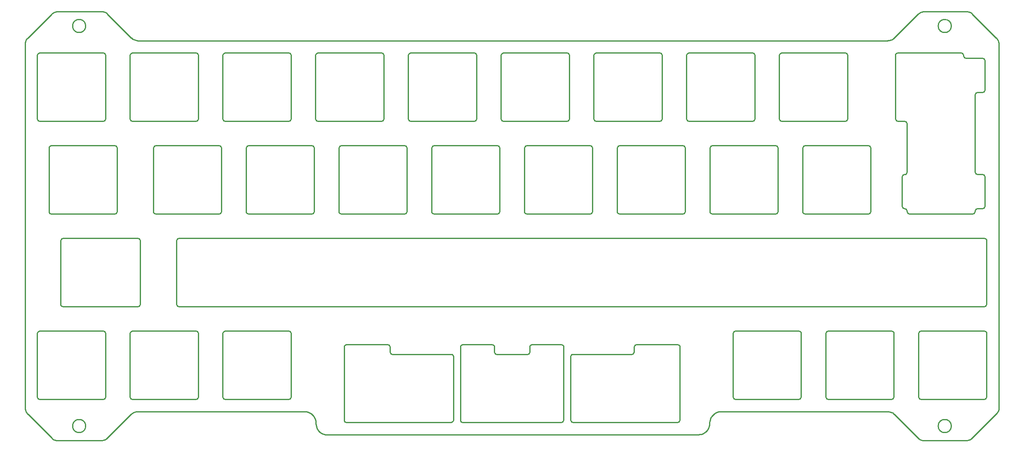
<source format=gm1>
%TF.GenerationSoftware,KiCad,Pcbnew,7.0.6*%
%TF.CreationDate,2023-08-05T15:34:36-04:00*%
%TF.ProjectId,cutiepie-symmetrical-all-stagger-plate,63757469-6570-4696-952d-73796d6d6574,rev?*%
%TF.SameCoordinates,Original*%
%TF.FileFunction,Profile,NP*%
%FSLAX46Y46*%
G04 Gerber Fmt 4.6, Leading zero omitted, Abs format (unit mm)*
G04 Created by KiCad (PCBNEW 7.0.6) date 2023-08-05 15:34:36*
%MOMM*%
%LPD*%
G01*
G04 APERTURE LIST*
%ADD10C,0.250000*%
%TA.AperFunction,Profile*%
%ADD11C,0.250000*%
%TD*%
G04 APERTURE END LIST*
D10*
X129231879Y-68550644D02*
X128972610Y-68478257D01*
X128792226Y-68288973D01*
X128731879Y-68050644D01*
D11*
X234006290Y-111700644D02*
X247006290Y-111700644D01*
D10*
X214456683Y-112200644D02*
X214529069Y-111941375D01*
X214718353Y-111760991D01*
X214956683Y-111700644D01*
D11*
X244617356Y-133641661D02*
X249445866Y-128813252D01*
X153631183Y-115968292D02*
X153631183Y-114963292D01*
D10*
X57294790Y-93150644D02*
X57367176Y-92891375D01*
X57556460Y-92710991D01*
X57794790Y-92650644D01*
X142231879Y-54550644D02*
X142491147Y-54623030D01*
X142671531Y-54812314D01*
X142731879Y-55050644D01*
X148281487Y-68550644D02*
X148022218Y-68478257D01*
X147841834Y-68288973D01*
X147781487Y-68050644D01*
X66031879Y-111700644D02*
X66291147Y-111773030D01*
X66471531Y-111962314D01*
X66531879Y-112200644D01*
D11*
X199381879Y-68550644D02*
X186381879Y-68550644D01*
D10*
X147781487Y-55050644D02*
X147853873Y-54791375D01*
X148043157Y-54610991D01*
X148281487Y-54550644D01*
X242744183Y-55050792D02*
X242671796Y-54791523D01*
X242482512Y-54611139D01*
X242244183Y-54550792D01*
X153631183Y-114963292D02*
X153703569Y-114704023D01*
X153892853Y-114523639D01*
X154131183Y-114463292D01*
D11*
X227956683Y-125700644D02*
X214956683Y-125700644D01*
D10*
X54912818Y-74100644D02*
X54985204Y-73841375D01*
X55174488Y-73660991D01*
X55412818Y-73600644D01*
D11*
X250031667Y-127399044D02*
X250032066Y-52854204D01*
X153043987Y-73600644D02*
X166043987Y-73600644D01*
D10*
X166831879Y-55050644D02*
X166904265Y-54791375D01*
X167093549Y-54610991D01*
X167331879Y-54550644D01*
D11*
X71820899Y-51439958D02*
X66992472Y-46611531D01*
D10*
X230625433Y-68555792D02*
X230884701Y-68628178D01*
X231065085Y-68817462D01*
X231125433Y-69055792D01*
D11*
X180831879Y-55050644D02*
X180831879Y-68050644D01*
D10*
X174594183Y-116463292D02*
X174853451Y-116390905D01*
X175033835Y-116201621D01*
X175094183Y-115963292D01*
X52531879Y-112200644D02*
X52604265Y-111941375D01*
X52793549Y-111760991D01*
X53031879Y-111700644D01*
X205431487Y-68550644D02*
X205172218Y-68478257D01*
X204991834Y-68288973D01*
X204931487Y-68050644D01*
X153043987Y-87600644D02*
X152784718Y-87528257D01*
X152604334Y-87338973D01*
X152543987Y-87100644D01*
D11*
X147781487Y-68050644D02*
X147781487Y-55050644D01*
D10*
X209693987Y-74100644D02*
X209766373Y-73841375D01*
X209955657Y-73660991D01*
X210193987Y-73600644D01*
D11*
X227128255Y-52025787D02*
X73235112Y-52025745D01*
D10*
X116031290Y-130463292D02*
X115772021Y-130390905D01*
X115591637Y-130201621D01*
X115531290Y-129963292D01*
D11*
X190644379Y-87100644D02*
X190644379Y-74100644D01*
D10*
X172094379Y-87600644D02*
X171835110Y-87528257D01*
X171654726Y-87338973D01*
X171594379Y-87100644D01*
D11*
X228744183Y-55050792D02*
X228744183Y-68055792D01*
X137969290Y-116963292D02*
X137969290Y-129963292D01*
X66531879Y-112200644D02*
X66531879Y-125200644D01*
X247125433Y-86018792D02*
X247125433Y-80018792D01*
X123181879Y-68550644D02*
X110181879Y-68550644D01*
X104131487Y-125700644D02*
X91131487Y-125700644D01*
X104631487Y-112200644D02*
X104631487Y-125200644D01*
X89844379Y-87600644D02*
X76844379Y-87600644D01*
D10*
X89844379Y-73600644D02*
X90103647Y-73673030D01*
X90284031Y-73862314D01*
X90344379Y-74100644D01*
X68912818Y-87100644D02*
X68840431Y-87359912D01*
X68651147Y-87540296D01*
X68412818Y-87600644D01*
X199381879Y-54550644D02*
X199641147Y-54623030D01*
X199821531Y-54812314D01*
X199881879Y-55050644D01*
D11*
X147494379Y-74100644D02*
X147494379Y-87100644D01*
D10*
X218431487Y-54550644D02*
X218690755Y-54623030D01*
X218871139Y-54812314D01*
X218931487Y-55050644D01*
X204931487Y-55050644D02*
X205003873Y-54791375D01*
X205193157Y-54610991D01*
X205431487Y-54550644D01*
D11*
X76344379Y-87100644D02*
X76344379Y-74100644D01*
D10*
X114444379Y-74100644D02*
X114516765Y-73841375D01*
X114706049Y-73660991D01*
X114944379Y-73600644D01*
D11*
X125444290Y-116463292D02*
X137469290Y-116463292D01*
X180331879Y-68550644D02*
X167331879Y-68550644D01*
D10*
X71820502Y-128811416D02*
X72041107Y-128620849D01*
X72284855Y-128465585D01*
X72547533Y-128347399D01*
X72824927Y-128268065D01*
X73112825Y-128229358D01*
X73210398Y-128225792D01*
X107259452Y-128225792D02*
X107515062Y-128238699D01*
X107763289Y-128276583D01*
X108119035Y-128377491D01*
X108451100Y-128527528D01*
X108755241Y-128722453D01*
X109027219Y-128958025D01*
X109262790Y-129230002D01*
X109457715Y-129534143D01*
X109607752Y-129866208D01*
X109708660Y-130221954D01*
X109746544Y-130470181D01*
X109759452Y-130725792D01*
D11*
X108893987Y-87600644D02*
X95893987Y-87600644D01*
D10*
X191144379Y-87600644D02*
X190885110Y-87528257D01*
X190704726Y-87338973D01*
X190644379Y-87100644D01*
X184507183Y-129963292D02*
X184434796Y-130222560D01*
X184245512Y-130402944D01*
X184007183Y-130463292D01*
D11*
X160631183Y-114963292D02*
X160631183Y-129963292D01*
D10*
X109393987Y-87100644D02*
X109321600Y-87359912D01*
X109132316Y-87540296D01*
X108893987Y-87600644D01*
D11*
X73175790Y-106650644D02*
X57794790Y-106650644D01*
D10*
X50592469Y-51439958D02*
X50399130Y-51664293D01*
X50242295Y-51912390D01*
X50123796Y-52179824D01*
X50045466Y-52462169D01*
X50009139Y-52754997D01*
X50006682Y-52854172D01*
X247006290Y-92650644D02*
X247265558Y-92723030D01*
X247445942Y-92912314D01*
X247506290Y-93150644D01*
D11*
X214456683Y-125200644D02*
X214456683Y-112200644D01*
X247506290Y-93150644D02*
X247506290Y-106150644D01*
X223193987Y-87600644D02*
X210193987Y-87600644D01*
X184507183Y-114963292D02*
X184507183Y-129963292D01*
D10*
X52531879Y-55050644D02*
X52604265Y-54791375D01*
X52793549Y-54610991D01*
X53031879Y-54550644D01*
X204144379Y-73600644D02*
X204403647Y-73673030D01*
X204584031Y-73862314D01*
X204644379Y-74100644D01*
X199881879Y-68050644D02*
X199809492Y-68309912D01*
X199620208Y-68490296D01*
X199381879Y-68550644D01*
D11*
X62475223Y-49025745D02*
G75*
G03*
X62475223Y-49025745I-1350000J0D01*
G01*
X229244183Y-68555792D02*
X230625433Y-68555792D01*
X162069183Y-129963292D02*
X162069183Y-116963292D01*
D10*
X68412818Y-73600644D02*
X68672086Y-73673030D01*
X68852470Y-73862314D01*
X68912818Y-74100644D01*
D11*
X204931487Y-68050644D02*
X204931487Y-55050644D01*
D10*
X133494379Y-74100644D02*
X133566765Y-73841375D01*
X133756049Y-73660991D01*
X133994379Y-73600644D01*
X234785152Y-46025745D02*
X234489812Y-46047663D01*
X234203481Y-46112195D01*
X233930585Y-46217507D01*
X233675551Y-46361768D01*
X233442803Y-46543142D01*
X233370939Y-46611531D01*
X214956683Y-125700644D02*
X214697414Y-125628257D01*
X214517030Y-125438973D01*
X214456683Y-125200644D01*
X209406683Y-125200644D02*
X209334296Y-125459912D01*
X209145012Y-125640296D01*
X208906683Y-125700644D01*
X146994379Y-73600644D02*
X147253647Y-73673030D01*
X147434031Y-73862314D01*
X147494379Y-74100644D01*
X91131487Y-125700644D02*
X90872218Y-125628257D01*
X90691834Y-125438973D01*
X90631487Y-125200644D01*
D11*
X234784690Y-134227344D02*
X243203136Y-134227432D01*
X128731879Y-68050644D02*
X128731879Y-55050644D01*
X81106290Y-106150644D02*
X81106290Y-93150644D01*
D10*
X73235112Y-52025745D02*
X72939772Y-52003826D01*
X72653441Y-51939294D01*
X72380545Y-51833981D01*
X72125511Y-51689721D01*
X71892763Y-51508346D01*
X71820899Y-51439958D01*
X227956683Y-111700644D02*
X228215951Y-111773030D01*
X228396335Y-111962314D01*
X228456683Y-112200644D01*
D11*
X124444290Y-114463292D02*
X124444290Y-114468292D01*
D10*
X104131487Y-111700644D02*
X104390755Y-111773030D01*
X104571139Y-111962314D01*
X104631487Y-112200644D01*
D11*
X55420896Y-46611531D02*
X50592469Y-51439958D01*
D10*
X218931487Y-68050644D02*
X218859100Y-68309912D01*
X218669816Y-68490296D01*
X218431487Y-68550644D01*
X90631487Y-112200644D02*
X90703873Y-111941375D01*
X90893157Y-111760991D01*
X91131487Y-111700644D01*
X171594379Y-74100644D02*
X171666765Y-73841375D01*
X171856049Y-73660991D01*
X172094379Y-73600644D01*
X195406683Y-112200644D02*
X195479069Y-111941375D01*
X195668353Y-111760991D01*
X195906683Y-111700644D01*
D11*
X148281487Y-54550644D02*
X161281487Y-54550644D01*
D10*
X250032066Y-52854204D02*
X250010146Y-52558864D01*
X249945612Y-52272533D01*
X249840298Y-51999637D01*
X249696036Y-51744603D01*
X249514660Y-51511855D01*
X249446271Y-51439991D01*
X85081879Y-111700644D02*
X85341147Y-111773030D01*
X85521531Y-111962314D01*
X85581879Y-112200644D01*
X124444290Y-114468292D02*
X124703558Y-114540678D01*
X124883942Y-114729962D01*
X124944290Y-114968292D01*
X147494379Y-87100644D02*
X147421992Y-87359912D01*
X147232708Y-87540296D01*
X146994379Y-87600644D01*
D11*
X73675790Y-93150644D02*
X73675790Y-106150644D01*
X52531879Y-125200644D02*
X52531879Y-112200644D01*
D10*
X249445866Y-128813252D02*
X249639206Y-128588918D01*
X249796044Y-128340822D01*
X249914546Y-128073389D01*
X249992878Y-127791046D01*
X250029208Y-127498218D01*
X250031667Y-127399044D01*
X223193987Y-73600644D02*
X223453255Y-73673030D01*
X223633639Y-73862314D01*
X223693987Y-74100644D01*
D11*
X62475223Y-131227644D02*
G75*
G03*
X62475223Y-131227644I-1350000J0D01*
G01*
X146407183Y-114963292D02*
X146407183Y-115968292D01*
D10*
X104631487Y-125200644D02*
X104559100Y-125459912D01*
X104369816Y-125640296D01*
X104131487Y-125700644D01*
X230625433Y-79518792D02*
X230366164Y-79591178D01*
X230185780Y-79780462D01*
X230125433Y-80018792D01*
D11*
X90631487Y-68050644D02*
X90631487Y-55050644D01*
D10*
X85581879Y-68050644D02*
X85509492Y-68309912D01*
X85320208Y-68490296D01*
X85081879Y-68550644D01*
X190577402Y-130725788D02*
X190590309Y-130470177D01*
X190628193Y-130221950D01*
X190729102Y-129866204D01*
X190879140Y-129534140D01*
X191074065Y-129229998D01*
X191309637Y-128958022D01*
X191581615Y-128722451D01*
X191885756Y-128527526D01*
X192217821Y-128377490D01*
X192573568Y-128276582D01*
X192821795Y-128238698D01*
X193077406Y-128225792D01*
D11*
X240262912Y-131227370D02*
G75*
G03*
X240262912Y-131227370I-1350000J0D01*
G01*
D10*
X95393987Y-74100644D02*
X95466373Y-73841375D01*
X95655657Y-73660991D01*
X95893987Y-73600644D01*
D11*
X50592064Y-128811202D02*
X55420440Y-133639680D01*
X137469290Y-130463292D02*
X116031290Y-130463292D01*
X139907183Y-114463292D02*
X145907183Y-114463292D01*
D10*
X190644379Y-74100644D02*
X190716765Y-73841375D01*
X190906049Y-73660991D01*
X191144379Y-73600644D01*
D11*
X85081879Y-125700644D02*
X72081879Y-125700644D01*
X95893987Y-73600644D02*
X108893987Y-73600644D01*
X66031879Y-125700644D02*
X53031879Y-125700644D01*
D10*
X110181879Y-68550644D02*
X109922610Y-68478257D01*
X109742226Y-68288973D01*
X109681879Y-68050644D01*
X184007183Y-114463292D02*
X184266451Y-114535678D01*
X184446835Y-114724962D01*
X184507183Y-114963292D01*
D11*
X112021175Y-132987515D02*
X188315680Y-132987515D01*
D10*
X223693987Y-87100644D02*
X223621600Y-87359912D01*
X223432316Y-87540296D01*
X223193987Y-87600644D01*
X128444379Y-87100644D02*
X128371992Y-87359912D01*
X128182708Y-87540296D01*
X127944379Y-87600644D01*
X247506290Y-106150644D02*
X247433903Y-106409912D01*
X247244619Y-106590296D01*
X247006290Y-106650644D01*
D11*
X56834648Y-134225481D02*
X65577796Y-134225573D01*
X240262912Y-49025763D02*
G75*
G03*
X240262912Y-49025763I-1350000J0D01*
G01*
X81606290Y-92650644D02*
X247006290Y-92650644D01*
D10*
X230125433Y-86018792D02*
X230197819Y-86278060D01*
X230387103Y-86458444D01*
X230625433Y-86518792D01*
X108893987Y-73600644D02*
X109153255Y-73673030D01*
X109333639Y-73862314D01*
X109393987Y-74100644D01*
D11*
X142731879Y-55050644D02*
X142731879Y-68050644D01*
X54912818Y-87100644D02*
X54912818Y-74100644D01*
D10*
X115531290Y-114963292D02*
X115603676Y-114704023D01*
X115792960Y-114523639D01*
X116031290Y-114463292D01*
X65577796Y-134225573D02*
X65873135Y-134203657D01*
X66159467Y-134139128D01*
X66432364Y-134033818D01*
X66687400Y-133889560D01*
X66920150Y-133708189D01*
X66992016Y-133639801D01*
D11*
X160131183Y-130463292D02*
X139907183Y-130463292D01*
D10*
X233506290Y-112200644D02*
X233578676Y-111941375D01*
X233767960Y-111760991D01*
X234006290Y-111700644D01*
X128731879Y-55050644D02*
X128804265Y-54791375D01*
X128993549Y-54610991D01*
X129231879Y-54550644D01*
D11*
X242244183Y-54550792D02*
X229244183Y-54550792D01*
D10*
X167331879Y-68550644D02*
X167072610Y-68478257D01*
X166892226Y-68288973D01*
X166831879Y-68050644D01*
X81106290Y-93150644D02*
X81178676Y-92891375D01*
X81367960Y-92710991D01*
X81606290Y-92650644D01*
D11*
X191144379Y-73600644D02*
X204144379Y-73600644D01*
D10*
X123181879Y-54550644D02*
X123441147Y-54623030D01*
X123621531Y-54812314D01*
X123681879Y-55050644D01*
D11*
X85081879Y-68550644D02*
X72081879Y-68550644D01*
X247506290Y-112200644D02*
X247506290Y-125200644D01*
D10*
X160631183Y-129963292D02*
X160558796Y-130222560D01*
X160369512Y-130402944D01*
X160131183Y-130463292D01*
X210193987Y-87600644D02*
X209934718Y-87528257D01*
X209754334Y-87338973D01*
X209693987Y-87100644D01*
X162069183Y-116963292D02*
X162141569Y-116704023D01*
X162330853Y-116523639D01*
X162569183Y-116463292D01*
D11*
X146994379Y-87600644D02*
X133994379Y-87600644D01*
D10*
X50006292Y-127396982D02*
X50028207Y-127692321D01*
X50092736Y-127978653D01*
X50198046Y-128251550D01*
X50342304Y-128506586D01*
X50523675Y-128739336D01*
X50592064Y-128811202D01*
D11*
X57294790Y-106150644D02*
X57294790Y-93150644D01*
D10*
X114944379Y-87600644D02*
X114685110Y-87528257D01*
X114504726Y-87338973D01*
X114444379Y-87100644D01*
X234006290Y-125700644D02*
X233747021Y-125628257D01*
X233566637Y-125438973D01*
X233506290Y-125200644D01*
D11*
X231125433Y-87018792D02*
X231125433Y-87105792D01*
D10*
X180831879Y-68050644D02*
X180759492Y-68309912D01*
X180570208Y-68490296D01*
X180331879Y-68550644D01*
D11*
X104131487Y-68550644D02*
X91131487Y-68550644D01*
D10*
X246625433Y-86518792D02*
X246884701Y-86446405D01*
X247065085Y-86257121D01*
X247125433Y-86018792D01*
D11*
X66531879Y-55050644D02*
X66531879Y-68050644D01*
D10*
X104631487Y-68050644D02*
X104559100Y-68309912D01*
X104369816Y-68490296D01*
X104131487Y-68550644D01*
D11*
X185881879Y-68050644D02*
X185881879Y-55050644D01*
X245125433Y-79018792D02*
X245125433Y-63142792D01*
D10*
X246625433Y-62642792D02*
X246884701Y-62570405D01*
X247065085Y-62381121D01*
X247125433Y-62142792D01*
X124944290Y-115963292D02*
X125016676Y-116222560D01*
X125205960Y-116402944D01*
X125444290Y-116463292D01*
D11*
X246625433Y-79518792D02*
X245625433Y-79518792D01*
X116031290Y-114463292D02*
X124444290Y-114463292D01*
X175594183Y-114468292D02*
X184007183Y-114468292D01*
D10*
X73175790Y-92650644D02*
X73435058Y-92723030D01*
X73615442Y-92912314D01*
X73675790Y-93150644D01*
D11*
X210193987Y-73600644D02*
X223193987Y-73600644D01*
X127944379Y-87600644D02*
X114944379Y-87600644D01*
X142231879Y-68550644D02*
X129231879Y-68550644D01*
X66992016Y-133639801D02*
X71820502Y-128811416D01*
D10*
X231125433Y-79018792D02*
X231053046Y-79278060D01*
X230863762Y-79458444D01*
X230625433Y-79518792D01*
X71581879Y-55050644D02*
X71654265Y-54791375D01*
X71843549Y-54610991D01*
X72081879Y-54550644D01*
D11*
X71581879Y-68050644D02*
X71581879Y-55050644D01*
D10*
X66992472Y-46611531D02*
X66768136Y-46418192D01*
X66520039Y-46261357D01*
X66252605Y-46142858D01*
X65970260Y-46064529D01*
X65677432Y-46028202D01*
X65578258Y-46025745D01*
D11*
X245625433Y-86518792D02*
X246625433Y-86518792D01*
X114444379Y-87100644D02*
X114444379Y-74100644D01*
D10*
X161281487Y-54550644D02*
X161540755Y-54623030D01*
X161721139Y-54812314D01*
X161781487Y-55050644D01*
X56835110Y-46025745D02*
X56539770Y-46047663D01*
X56253439Y-46112195D01*
X55980543Y-46217507D01*
X55725508Y-46361768D01*
X55492760Y-46543142D01*
X55420896Y-46611531D01*
X188315680Y-132987515D02*
X188660114Y-132961455D01*
X188988241Y-132885834D01*
X189296222Y-132764488D01*
X189580220Y-132601254D01*
X189836400Y-132399969D01*
X190060924Y-132164470D01*
X190249955Y-131898593D01*
X190399656Y-131606176D01*
X190506190Y-131291055D01*
X190565722Y-130957066D01*
X190577402Y-130725821D01*
X109759452Y-130725792D02*
X109785512Y-131070230D01*
X109861134Y-131398359D01*
X109982482Y-131706342D01*
X110145718Y-131990342D01*
X110347006Y-132246523D01*
X110582509Y-132471047D01*
X110848389Y-132660077D01*
X111140810Y-132809777D01*
X111455935Y-132916309D01*
X111789926Y-132975837D01*
X112021175Y-132987515D01*
D11*
X73210398Y-128225792D02*
X107259452Y-128225792D01*
D10*
X245125433Y-87018792D02*
X245197819Y-86759523D01*
X245387103Y-86579139D01*
X245625433Y-86518792D01*
X233370483Y-133641543D02*
X233594816Y-133834883D01*
X233842911Y-133991721D01*
X234110344Y-134110223D01*
X234392687Y-134188555D01*
X234685515Y-134224885D01*
X234784690Y-134227344D01*
D11*
X91131487Y-111700644D02*
X104131487Y-111700644D01*
X146907183Y-116468292D02*
X153131183Y-116468292D01*
X57794790Y-92650644D02*
X73175790Y-92650644D01*
X249446271Y-51439991D02*
X244617812Y-46611531D01*
X128444379Y-74100644D02*
X128444379Y-87100644D01*
D10*
X204644379Y-87100644D02*
X204571992Y-87359912D01*
X204382708Y-87540296D01*
X204144379Y-87600644D01*
D11*
X166831879Y-68050644D02*
X166831879Y-55050644D01*
D10*
X161781487Y-68050644D02*
X161709100Y-68309912D01*
X161519816Y-68490296D01*
X161281487Y-68550644D01*
D11*
X133994379Y-73600644D02*
X146994379Y-73600644D01*
X123681879Y-55050644D02*
X123681879Y-68050644D01*
X133494379Y-87100644D02*
X133494379Y-74100644D01*
X247125433Y-62142792D02*
X247125433Y-56142792D01*
D10*
X244625433Y-87605792D02*
X244884701Y-87533405D01*
X245065085Y-87344121D01*
X245125433Y-87105792D01*
X227126460Y-128225843D02*
X227421802Y-128247762D01*
X227708136Y-128312296D01*
X227981034Y-128417611D01*
X228236071Y-128561875D01*
X228468820Y-128743253D01*
X228540686Y-128811644D01*
D11*
X161281487Y-68550644D02*
X148281487Y-68550644D01*
X175094183Y-115963292D02*
X175094183Y-114968292D01*
X242744183Y-55142792D02*
X242744183Y-55050792D01*
X185094379Y-87600644D02*
X172094379Y-87600644D01*
X193077406Y-128225792D02*
X227126460Y-128225843D01*
D10*
X55420440Y-133639680D02*
X55644773Y-133833020D01*
X55892869Y-133989857D01*
X56160302Y-134108359D01*
X56442645Y-134186692D01*
X56735473Y-134223021D01*
X56834648Y-134225481D01*
X91131487Y-68550644D02*
X90872218Y-68478257D01*
X90691834Y-68288973D01*
X90631487Y-68050644D01*
X245625433Y-79518792D02*
X245366164Y-79446405D01*
X245185780Y-79257121D01*
X245125433Y-79018792D01*
X247125433Y-56142792D02*
X247053046Y-55883523D01*
X246863762Y-55703139D01*
X246625433Y-55642792D01*
D11*
X185594379Y-74100644D02*
X185594379Y-87100644D01*
D10*
X243203136Y-134227432D02*
X243498475Y-134205517D01*
X243784807Y-134140988D01*
X244057704Y-134035678D01*
X244312740Y-133891420D01*
X244545490Y-133710049D01*
X244617356Y-133641661D01*
X76844379Y-87600644D02*
X76585110Y-87528257D01*
X76404726Y-87338973D01*
X76344379Y-87100644D01*
X72081879Y-125700644D02*
X71822610Y-125628257D01*
X71642226Y-125438973D01*
X71581879Y-125200644D01*
X190577402Y-130725821D02*
X190577402Y-130725788D01*
D11*
X166543987Y-74100644D02*
X166543987Y-87100644D01*
D10*
X55412818Y-87600644D02*
X55153549Y-87528257D01*
X54973165Y-87338973D01*
X54912818Y-87100644D01*
D11*
X171594379Y-87100644D02*
X171594379Y-74100644D01*
D10*
X137969290Y-129963292D02*
X137896903Y-130222560D01*
X137707619Y-130402944D01*
X137469290Y-130463292D01*
D11*
X154131183Y-114463292D02*
X160131183Y-114463292D01*
D10*
X247125433Y-80018792D02*
X247053046Y-79759523D01*
X246863762Y-79579139D01*
X246625433Y-79518792D01*
X73675790Y-106150644D02*
X73603403Y-106409912D01*
X73414119Y-106590296D01*
X73175790Y-106650644D01*
D11*
X68412818Y-87600644D02*
X55412818Y-87600644D01*
X231125433Y-69055792D02*
X231125433Y-79018792D01*
D10*
X245125433Y-63142792D02*
X245197819Y-62883523D01*
X245387103Y-62703139D01*
X245625433Y-62642792D01*
D11*
X50006682Y-52854172D02*
X50006683Y-90004519D01*
D10*
X185881879Y-55050644D02*
X185954265Y-54791375D01*
X186143549Y-54610991D01*
X186381879Y-54550644D01*
X145907183Y-114463292D02*
X146166451Y-114535678D01*
X146346835Y-114724962D01*
X146407183Y-114963292D01*
D11*
X55412818Y-73600644D02*
X68412818Y-73600644D01*
D10*
X81606290Y-106650644D02*
X81347021Y-106578257D01*
X81166637Y-106388973D01*
X81106290Y-106150644D01*
X71581879Y-112200644D02*
X71654265Y-111941375D01*
X71843549Y-111760991D01*
X72081879Y-111700644D01*
D11*
X50006683Y-90004519D02*
X50006292Y-127396982D01*
D10*
X152543987Y-74100644D02*
X152616373Y-73841375D01*
X152805657Y-73660991D01*
X153043987Y-73600644D01*
D11*
X162569183Y-116463292D02*
X174594183Y-116463292D01*
D10*
X127944379Y-73600644D02*
X128203647Y-73673030D01*
X128384031Y-73862314D01*
X128444379Y-74100644D01*
D11*
X72081879Y-111700644D02*
X85081879Y-111700644D01*
X223693987Y-74100644D02*
X223693987Y-87100644D01*
X218931487Y-55050644D02*
X218931487Y-68050644D01*
D10*
X72081879Y-68550644D02*
X71822610Y-68478257D01*
X71642226Y-68288973D01*
X71581879Y-68050644D01*
D11*
X152543987Y-87100644D02*
X152543987Y-74100644D01*
X90631487Y-125200644D02*
X90631487Y-112200644D01*
X209693987Y-87100644D02*
X209693987Y-74100644D01*
D10*
X153131183Y-116468292D02*
X153390451Y-116395905D01*
X153570835Y-116206621D01*
X153631183Y-115968292D01*
D11*
X245625433Y-62642792D02*
X246625433Y-62642792D01*
D10*
X53031879Y-68550644D02*
X52772610Y-68478257D01*
X52592226Y-68288973D01*
X52531879Y-68050644D01*
X195906683Y-125700644D02*
X195647414Y-125628257D01*
X195467030Y-125438973D01*
X195406683Y-125200644D01*
D11*
X209406683Y-112200644D02*
X209406683Y-125200644D01*
X76844379Y-73600644D02*
X89844379Y-73600644D01*
X95393987Y-87100644D02*
X95393987Y-74100644D01*
X66031879Y-68550644D02*
X53031879Y-68550644D01*
D10*
X109681879Y-55050644D02*
X109754265Y-54791375D01*
X109943549Y-54610991D01*
X110181879Y-54550644D01*
X231125433Y-87105792D02*
X231197819Y-87365060D01*
X231387103Y-87545444D01*
X231625433Y-87605792D01*
D11*
X110181879Y-54550644D02*
X123181879Y-54550644D01*
X247006290Y-125700644D02*
X234006290Y-125700644D01*
X161781487Y-55050644D02*
X161781487Y-68050644D01*
D10*
X208906683Y-111700644D02*
X209165951Y-111773030D01*
X209346335Y-111962314D01*
X209406683Y-112200644D01*
X243244183Y-55642792D02*
X242984914Y-55570405D01*
X242804530Y-55381121D01*
X242744183Y-55142792D01*
D11*
X53031879Y-111700644D02*
X66031879Y-111700644D01*
D10*
X180331879Y-54550644D02*
X180591147Y-54623030D01*
X180771531Y-54812314D01*
X180831879Y-55050644D01*
D11*
X129231879Y-54550644D02*
X142231879Y-54550644D01*
X231625433Y-87605792D02*
X244625433Y-87605792D01*
X172094379Y-73600644D02*
X185094379Y-73600644D01*
D10*
X95893987Y-87600644D02*
X95634718Y-87528257D01*
X95454334Y-87338973D01*
X95393987Y-87100644D01*
D11*
X85581879Y-112200644D02*
X85581879Y-125200644D01*
X109393987Y-74100644D02*
X109393987Y-87100644D01*
D10*
X166543987Y-87100644D02*
X166471600Y-87359912D01*
X166282316Y-87540296D01*
X166043987Y-87600644D01*
X162569183Y-130463292D02*
X162309914Y-130390905D01*
X162129530Y-130201621D01*
X162069183Y-129963292D01*
D11*
X233506290Y-125200644D02*
X233506290Y-112200644D01*
D10*
X186381879Y-68550644D02*
X186122610Y-68478257D01*
X185942226Y-68288973D01*
X185881879Y-68050644D01*
X228456683Y-125200644D02*
X228384296Y-125459912D01*
X228195012Y-125640296D01*
X227956683Y-125700644D01*
X139407183Y-114963292D02*
X139479569Y-114704023D01*
X139668853Y-114523639D01*
X139907183Y-114463292D01*
X123681879Y-68050644D02*
X123609492Y-68309912D01*
X123420208Y-68490296D01*
X123181879Y-68550644D01*
D11*
X195906683Y-111700644D02*
X208906683Y-111700644D01*
X104631487Y-55050644D02*
X104631487Y-68050644D01*
X124944290Y-114968292D02*
X124944290Y-115963292D01*
X230125433Y-80018792D02*
X230125433Y-86018792D01*
X91131487Y-54550644D02*
X104131487Y-54550644D01*
X114944379Y-73600644D02*
X127944379Y-73600644D01*
X214956683Y-111700644D02*
X227956683Y-111700644D01*
X65578258Y-46025745D02*
X56835110Y-46025745D01*
X68912818Y-74100644D02*
X68912818Y-87100644D01*
D10*
X57794790Y-106650644D02*
X57535521Y-106578257D01*
X57355137Y-106388973D01*
X57294790Y-106150644D01*
D11*
X247006290Y-106650644D02*
X81606290Y-106650644D01*
X228540686Y-128811644D02*
X233370483Y-133641543D01*
D10*
X133994379Y-87600644D02*
X133735110Y-87528257D01*
X133554726Y-87338973D01*
X133494379Y-87100644D01*
X175094183Y-114968292D02*
X175166569Y-114709023D01*
X175355853Y-114528639D01*
X175594183Y-114468292D01*
X66531879Y-68050644D02*
X66459492Y-68309912D01*
X66270208Y-68490296D01*
X66031879Y-68550644D01*
X244617812Y-46611531D02*
X244393476Y-46418192D01*
X244145379Y-46261357D01*
X243877945Y-46142858D01*
X243595600Y-46064529D01*
X243302772Y-46028202D01*
X243203598Y-46025745D01*
X166043987Y-73600644D02*
X166303255Y-73673030D01*
X166483639Y-73862314D01*
X166543987Y-74100644D01*
D11*
X228456683Y-112200644D02*
X228456683Y-125200644D01*
X109681879Y-68050644D02*
X109681879Y-55050644D01*
X243203598Y-46025745D02*
X234785152Y-46025745D01*
D10*
X142731879Y-68050644D02*
X142659492Y-68309912D01*
X142470208Y-68490296D01*
X142231879Y-68550644D01*
D11*
X186381879Y-54550644D02*
X199381879Y-54550644D01*
X53031879Y-54550644D02*
X66031879Y-54550644D01*
X246625433Y-55642792D02*
X243244183Y-55642792D01*
X166043987Y-87600644D02*
X153043987Y-87600644D01*
X195406683Y-125200644D02*
X195406683Y-112200644D01*
X204644379Y-74100644D02*
X204644379Y-87100644D01*
D10*
X228542470Y-51440000D02*
X228318134Y-51633338D01*
X228070037Y-51790173D01*
X227802602Y-51908672D01*
X227520258Y-51987002D01*
X227227429Y-52023329D01*
X227128255Y-52025787D01*
X230625433Y-86518792D02*
X230884701Y-86591178D01*
X231065085Y-86780462D01*
X231125433Y-87018792D01*
X139907183Y-130463292D02*
X139647914Y-130390905D01*
X139467530Y-130201621D01*
X139407183Y-129963292D01*
X137469290Y-116463292D02*
X137728558Y-116535678D01*
X137908942Y-116724962D01*
X137969290Y-116963292D01*
X66531879Y-125200644D02*
X66459492Y-125459912D01*
X66270208Y-125640296D01*
X66031879Y-125700644D01*
X90344379Y-87100644D02*
X90271992Y-87359912D01*
X90082708Y-87540296D01*
X89844379Y-87600644D01*
D11*
X204144379Y-87600644D02*
X191144379Y-87600644D01*
X167331879Y-54550644D02*
X180331879Y-54550644D01*
D10*
X185594379Y-87100644D02*
X185521992Y-87359912D01*
X185332708Y-87540296D01*
X185094379Y-87600644D01*
D11*
X218431487Y-68550644D02*
X205431487Y-68550644D01*
X90344379Y-74100644D02*
X90344379Y-87100644D01*
D10*
X229244183Y-54550792D02*
X228984914Y-54623178D01*
X228804530Y-54812462D01*
X228744183Y-55050792D01*
D11*
X85581879Y-55050644D02*
X85581879Y-68050644D01*
X139407183Y-129963292D02*
X139407183Y-114963292D01*
X71581879Y-125200644D02*
X71581879Y-112200644D01*
D10*
X160131183Y-114463292D02*
X160390451Y-114535678D01*
X160570835Y-114724962D01*
X160631183Y-114963292D01*
X247506290Y-125200644D02*
X247433903Y-125459912D01*
X247244619Y-125640296D01*
X247006290Y-125700644D01*
X185094379Y-73600644D02*
X185353647Y-73673030D01*
X185534031Y-73862314D01*
X185594379Y-74100644D01*
X104131487Y-54550644D02*
X104390755Y-54623030D01*
X104571139Y-54812314D01*
X104631487Y-55050644D01*
D11*
X208906683Y-125700644D02*
X195906683Y-125700644D01*
X52531879Y-68050644D02*
X52531879Y-55050644D01*
X72081879Y-54550644D02*
X85081879Y-54550644D01*
D10*
X66031879Y-54550644D02*
X66291147Y-54623030D01*
X66471531Y-54812314D01*
X66531879Y-55050644D01*
X85081879Y-54550644D02*
X85341147Y-54623030D01*
X85521531Y-54812314D01*
X85581879Y-55050644D01*
X85581879Y-125200644D02*
X85509492Y-125459912D01*
X85320208Y-125640296D01*
X85081879Y-125700644D01*
X53031879Y-125700644D02*
X52772610Y-125628257D01*
X52592226Y-125438973D01*
X52531879Y-125200644D01*
X228744183Y-68055792D02*
X228816569Y-68315060D01*
X229005853Y-68495444D01*
X229244183Y-68555792D01*
D11*
X184007183Y-114468292D02*
X184007183Y-114463292D01*
X205431487Y-54550644D02*
X218431487Y-54550644D01*
D10*
X146407183Y-115968292D02*
X146479569Y-116227560D01*
X146668853Y-116407944D01*
X146907183Y-116468292D01*
D11*
X115531290Y-129963292D02*
X115531290Y-114963292D01*
D10*
X76344379Y-74100644D02*
X76416765Y-73841375D01*
X76606049Y-73660991D01*
X76844379Y-73600644D01*
D11*
X245125433Y-87105792D02*
X245125433Y-87018792D01*
D10*
X247006290Y-111700644D02*
X247265558Y-111773030D01*
X247445942Y-111962314D01*
X247506290Y-112200644D01*
D11*
X184007183Y-130463292D02*
X162569183Y-130463292D01*
D10*
X90631487Y-55050644D02*
X90703873Y-54791375D01*
X90893157Y-54610991D01*
X91131487Y-54550644D01*
D11*
X233370939Y-46611531D02*
X228542470Y-51440000D01*
X199881879Y-55050644D02*
X199881879Y-68050644D01*
M02*

</source>
